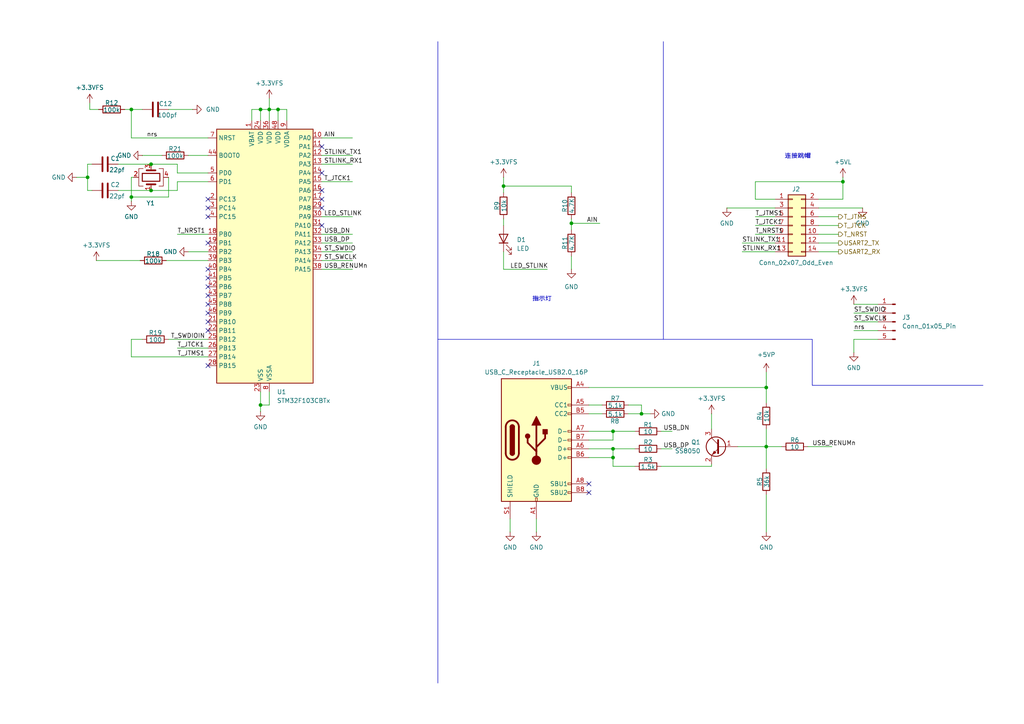
<source format=kicad_sch>
(kicad_sch (version 20231120) (generator "eeschema") (generator_version "8.0")
  (paper "A4")
  (lib_symbols
    (symbol "Connector:Conn_01x05_Pin" (pin_names (offset 1.016) hide)
      (property "Reference" "J" (at 0 7.62 0))
      (property "Value" "Conn_01x05_Pin" (at 0 -7.62 0))
      (symbol "Conn_01x05_Pin_1_1"
        (polyline (pts (xy 1.27 -5.08) (xy 0.8636 -5.08)) (stroke (width 0.1524)))
        (polyline (pts (xy 1.27 -2.54) (xy 0.8636 -2.54)) (stroke (width 0.1524)))
        (polyline (pts (xy 1.27 0) (xy 0.8636 0)) (stroke (width 0.1524)))
        (polyline (pts (xy 1.27 2.54) (xy 0.8636 2.54)) (stroke (width 0.1524)))
        (polyline (pts (xy 1.27 5.08) (xy 0.8636 5.08)) (stroke (width 0.1524)))
        (rectangle (start 0.8636 -4.953) (end 0 -5.207) (stroke (width 0.1524)) (fill (type outline)))
        (rectangle (start 0.8636 -2.413) (end 0 -2.667) (stroke (width 0.1524)) (fill (type outline)))
        (rectangle (start 0.8636 0.127) (end 0 -0.127) (stroke (width 0.1524)) (fill (type outline)))
        (rectangle (start 0.8636 2.667) (end 0 2.413) (stroke (width 0.1524)) (fill (type outline)))
        (rectangle (start 0.8636 5.207) (end 0 4.953) (stroke (width 0.1524)) (fill (type outline)))
        (pin passive line (at 5.08 5.08 180) (length 3.81) (name "Pin_1") (number "1"))
        (pin passive line (at 5.08 2.54 180) (length 3.81) (name "Pin_2") (number "2"))
        (pin passive line (at 5.08 0 180) (length 3.81) (name "Pin_3") (number "3"))
        (pin passive line (at 5.08 -2.54 180) (length 3.81) (name "Pin_4") (number "4"))
        (pin passive line (at 5.08 -5.08 180) (length 3.81) (name "Pin_5") (number "5"))
      )
    )
    (symbol "Main:C" (pin_numbers hide) (pin_names (offset 0.254))
      (property "Reference" "C" (at 0.635 2.54 0))
      (property "Value" "C" (at 0.635 -2.54 0))
      (symbol "C_0_1"
        (polyline (pts (xy -2.032 -0.762) (xy 2.032 -0.762)) (stroke (width 0.508)))
        (polyline (pts (xy -2.032 0.762) (xy 2.032 0.762)) (stroke (width 0.508)))
      )
      (symbol "C_1_1"
        (pin passive line (at 0 3.81 270) (length 2.794) (name "~") (number "1"))
        (pin passive line (at 0 -3.81 90) (length 2.794) (name "~") (number "2"))
      )
    )
    (symbol "Main:Conn_02x07_Odd_Even" (pin_names (offset 1.016) hide)
      (property "Reference" "J" (at 1.27 10.16 0))
      (property "Value" "Conn_02x07_Odd_Even" (at 1.27 -10.16 0))
      (symbol "Conn_02x07_Odd_Even_1_1"
        (rectangle (start -1.27 -7.493) (end 0 -7.747) (stroke (width 0.1524)))
        (rectangle (start -1.27 -4.953) (end 0 -5.207) (stroke (width 0.1524)))
        (rectangle (start -1.27 -2.413) (end 0 -2.667) (stroke (width 0.1524)))
        (rectangle (start -1.27 0.127) (end 0 -0.127) (stroke (width 0.1524)))
        (rectangle (start -1.27 2.667) (end 0 2.413) (stroke (width 0.1524)))
        (rectangle (start -1.27 5.207) (end 0 4.953) (stroke (width 0.1524)))
        (rectangle (start -1.27 7.747) (end 0 7.493) (stroke (width 0.1524)))
        (rectangle (start -1.27 8.89) (end 3.81 -8.89) (stroke (width 0.254)) (fill (type background)))
        (rectangle (start 3.81 -7.493) (end 2.54 -7.747) (stroke (width 0.1524)))
        (rectangle (start 3.81 -4.953) (end 2.54 -5.207) (stroke (width 0.1524)))
        (rectangle (start 3.81 -2.413) (end 2.54 -2.667) (stroke (width 0.1524)))
        (rectangle (start 3.81 0.127) (end 2.54 -0.127) (stroke (width 0.1524)))
        (rectangle (start 3.81 2.667) (end 2.54 2.413) (stroke (width 0.1524)))
        (rectangle (start 3.81 5.207) (end 2.54 4.953) (stroke (width 0.1524)))
        (rectangle (start 3.81 7.747) (end 2.54 7.493) (stroke (width 0.1524)))
        (pin passive line (at -5.08 7.62 0) (length 3.81) (name "Pin_1") (number "1"))
        (pin passive line (at 7.62 -2.54 180) (length 3.81) (name "Pin_10") (number "10"))
        (pin passive line (at -5.08 -5.08 0) (length 3.81) (name "Pin_11") (number "11"))
        (pin passive line (at 7.62 -5.08 180) (length 3.81) (name "Pin_12") (number "12"))
        (pin passive line (at -5.08 -7.62 0) (length 3.81) (name "Pin_13") (number "13"))
        (pin passive line (at 7.62 -7.62 180) (length 3.81) (name "Pin_14") (number "14"))
        (pin passive line (at 7.62 7.62 180) (length 3.81) (name "Pin_2") (number "2"))
        (pin passive line (at -5.08 5.08 0) (length 3.81) (name "Pin_3") (number "3"))
        (pin passive line (at 7.62 5.08 180) (length 3.81) (name "Pin_4") (number "4"))
        (pin passive line (at -5.08 2.54 0) (length 3.81) (name "Pin_5") (number "5"))
        (pin passive line (at 7.62 2.54 180) (length 3.81) (name "Pin_6") (number "6"))
        (pin passive line (at -5.08 0 0) (length 3.81) (name "Pin_7") (number "7"))
        (pin passive line (at 7.62 0 180) (length 3.81) (name "Pin_8") (number "8"))
        (pin passive line (at -5.08 -2.54 0) (length 3.81) (name "Pin_9") (number "9"))
      )
    )
    (symbol "Main:Crystal_GND24" (pin_names (offset 1.016) hide)
      (property "Reference" "Y" (at 3.175 5.08 0))
      (property "Value" "Crystal_GND24" (at 3.175 3.175 0))
      (symbol "Crystal_GND24_0_1"
        (rectangle (start -1.143 2.54) (end 1.143 -2.54) (stroke (width 0.3048)))
        (polyline (pts (xy -2.54 0) (xy -2.032 0)))
        (polyline (pts (xy -2.032 -1.27) (xy -2.032 1.27)) (stroke (width 0.508)))
        (polyline (pts (xy 0 -3.81) (xy 0 -3.556)))
        (polyline (pts (xy 0 3.556) (xy 0 3.81)))
        (polyline (pts (xy 2.032 -1.27) (xy 2.032 1.27)) (stroke (width 0.508)))
        (polyline (pts (xy 2.032 0) (xy 2.54 0)))
        (polyline (pts (xy -2.54 -2.286) (xy -2.54 -3.556) (xy 2.54 -3.556) (xy 2.54 -2.286)))
        (polyline (pts (xy -2.54 2.286) (xy -2.54 3.556) (xy 2.54 3.556) (xy 2.54 2.286)))
      )
      (symbol "Crystal_GND24_1_1"
        (pin passive line (at -3.81 0 0) (length 1.27) (name "1") (number "1"))
        (pin passive line (at 0 5.08 270) (length 1.27) (name "2") (number "2"))
        (pin passive line (at 3.81 0 180) (length 1.27) (name "3") (number "3"))
        (pin passive line (at 0 -5.08 90) (length 1.27) (name "4") (number "4"))
      )
    )
    (symbol "Main:LED" (pin_numbers hide) (pin_names (offset 1.016) hide)
      (property "Reference" "D" (at 0 2.54 0))
      (property "Value" "LED" (at 0 -2.54 0))
      (symbol "LED_0_1"
        (polyline (pts (xy -1.27 -1.27) (xy -1.27 1.27)) (stroke (width 0.254)))
        (polyline (pts (xy -1.27 0) (xy 1.27 0)))
        (polyline (pts (xy 1.27 -1.27) (xy 1.27 1.27) (xy -1.27 0) (xy 1.27 -1.27)) (stroke (width 0.254)))
        (polyline (pts (xy -3.048 -0.762) (xy -4.572 -2.286) (xy -3.81 -2.286) (xy -4.572 -2.286) (xy -4.572 -1.524)))
        (polyline (pts (xy -1.778 -0.762) (xy -3.302 -2.286) (xy -2.54 -2.286) (xy -3.302 -2.286) (xy -3.302 -1.524)))
      )
      (symbol "LED_1_1"
        (pin passive line (at -3.81 0 0) (length 2.54) (name "K") (number "1"))
        (pin passive line (at 3.81 0 180) (length 2.54) (name "A") (number "2"))
      )
    )
    (symbol "Main:R" (pin_numbers hide) (pin_names (offset 0))
      (property "Reference" "R" (at 2.032 0 90))
      (property "Value" "R" (at 0 0 90))
      (symbol "R_0_1"
        (rectangle (start -1.016 -2.54) (end 1.016 2.54) (stroke (width 0.254)))
      )
      (symbol "R_1_1"
        (pin passive line (at 0 3.81 270) (length 1.27) (name "~") (number "1"))
        (pin passive line (at 0 -3.81 90) (length 1.27) (name "~") (number "2"))
      )
    )
    (symbol "Main:SS8050" (pin_names (offset 0) hide)
      (property "Reference" "Q" (at 5.08 1.905 0))
      (property "Value" "SS8050" (at 5.08 0 0))
      (symbol "SS8050_0_1"
        (polyline (pts (xy 0 0) (xy 0.635 0)))
        (polyline (pts (xy 0.635 0.635) (xy 2.54 2.54)))
        (polyline (pts (xy 0.635 -0.635) (xy 2.54 -2.54) (xy 2.54 -2.54)))
        (polyline (pts (xy 0.635 1.905) (xy 0.635 -1.905) (xy 0.635 -1.905)) (stroke (width 0.508)))
        (polyline (pts (xy 1.27 -1.778) (xy 1.778 -1.27) (xy 2.286 -2.286) (xy 1.27 -1.778) (xy 1.27 -1.778)) (fill (type outline)))
        (circle (center 1.27 0) (radius 2.8194) (stroke (width 0.254)))
      )
      (symbol "SS8050_1_1"
        (pin input line (at -5.08 0 0) (length 5.08) (name "B") (number "1"))
        (pin passive line (at 2.54 -5.08 90) (length 2.54) (name "E") (number "2"))
        (pin passive line (at 2.54 5.08 270) (length 2.54) (name "C") (number "3"))
      )
    )
    (symbol "Main:STM32F103CBTx"
      (property "Reference" "U" (at -12.7 39.37 0))
      (property "Value" "STM32F103CBTx" (at 10.16 39.37 0))
      (symbol "STM32F103CBTx_0_1"
        (rectangle (start -12.7 -35.56) (end 15.24 38.1) (stroke (width 0.254)) (fill (type background)))
      )
      (symbol "STM32F103CBTx_1_1"
        (pin power_in line (at -2.54 40.64 270) (length 2.54) (name "VBAT") (number "1"))
        (pin bidirectional line (at 17.78 35.56 180) (length 2.54) (name "PA0") (number "10"))
        (pin bidirectional line (at 17.78 33.02 180) (length 2.54) (name "PA1") (number "11"))
        (pin bidirectional line (at 17.78 30.48 180) (length 2.54) (name "PA2") (number "12"))
        (pin bidirectional line (at 17.78 27.94 180) (length 2.54) (name "PA3") (number "13"))
        (pin bidirectional line (at 17.78 25.4 180) (length 2.54) (name "PA4") (number "14"))
        (pin bidirectional line (at 17.78 22.86 180) (length 2.54) (name "PA5") (number "15"))
        (pin bidirectional line (at 17.78 20.32 180) (length 2.54) (name "PA6") (number "16"))
        (pin bidirectional line (at 17.78 17.78 180) (length 2.54) (name "PA7") (number "17"))
        (pin bidirectional line (at -15.24 7.62 0) (length 2.54) (name "PB0") (number "18"))
        (pin bidirectional line (at -15.24 5.08 0) (length 2.54) (name "PB1") (number "19"))
        (pin bidirectional line (at -15.24 17.78 0) (length 2.54) (name "PC13") (number "2"))
        (pin bidirectional line (at -15.24 2.54 0) (length 2.54) (name "PB2") (number "20"))
        (pin bidirectional line (at -15.24 -17.78 0) (length 2.54) (name "PB10") (number "21"))
        (pin bidirectional line (at -15.24 -20.32 0) (length 2.54) (name "PB11") (number "22"))
        (pin power_in line (at 0 -38.1 90) (length 2.54) (name "VSS") (number "23"))
        (pin power_in line (at 0 40.64 270) (length 2.54) (name "VDD") (number "24"))
        (pin bidirectional line (at -15.24 -22.86 0) (length 2.54) (name "PB12") (number "25"))
        (pin bidirectional line (at -15.24 -25.4 0) (length 2.54) (name "PB13") (number "26"))
        (pin bidirectional line (at -15.24 -27.94 0) (length 2.54) (name "PB14") (number "27"))
        (pin bidirectional line (at -15.24 -30.48 0) (length 2.54) (name "PB15") (number "28"))
        (pin bidirectional line (at 17.78 15.24 180) (length 2.54) (name "PA8") (number "29"))
        (pin bidirectional line (at -15.24 15.24 0) (length 2.54) (name "PC14") (number "3"))
        (pin bidirectional line (at 17.78 12.7 180) (length 2.54) (name "PA9") (number "30"))
        (pin bidirectional line (at 17.78 10.16 180) (length 2.54) (name "PA10") (number "31"))
        (pin bidirectional line (at 17.78 7.62 180) (length 2.54) (name "PA11") (number "32"))
        (pin bidirectional line (at 17.78 5.08 180) (length 2.54) (name "PA12") (number "33"))
        (pin bidirectional line (at 17.78 2.54 180) (length 2.54) (name "PA13") (number "34"))
        (pin passive line (at 0 -38.1 90) (length 2.54) hide (name "VSS") (number "35"))
        (pin power_in line (at 2.54 40.64 270) (length 2.54) (name "VDD") (number "36"))
        (pin bidirectional line (at 17.78 0 180) (length 2.54) (name "PA14") (number "37"))
        (pin bidirectional line (at 17.78 -2.54 180) (length 2.54) (name "PA15") (number "38"))
        (pin bidirectional line (at -15.24 0 0) (length 2.54) (name "PB3") (number "39"))
        (pin bidirectional line (at -15.24 12.7 0) (length 2.54) (name "PC15") (number "4"))
        (pin bidirectional line (at -15.24 -2.54 0) (length 2.54) (name "PB4") (number "40"))
        (pin bidirectional line (at -15.24 -5.08 0) (length 2.54) (name "PB5") (number "41"))
        (pin bidirectional line (at -15.24 -7.62 0) (length 2.54) (name "PB6") (number "42"))
        (pin bidirectional line (at -15.24 -10.16 0) (length 2.54) (name "PB7") (number "43"))
        (pin input line (at -15.24 30.48 0) (length 2.54) (name "BOOT0") (number "44"))
        (pin bidirectional line (at -15.24 -12.7 0) (length 2.54) (name "PB8") (number "45"))
        (pin bidirectional line (at -15.24 -15.24 0) (length 2.54) (name "PB9") (number "46"))
        (pin passive line (at 0 -38.1 90) (length 2.54) hide (name "VSS") (number "47"))
        (pin power_in line (at 5.08 40.64 270) (length 2.54) (name "VDD") (number "48"))
        (pin bidirectional line (at -15.24 25.4 0) (length 2.54) (name "PD0") (number "5"))
        (pin bidirectional line (at -15.24 22.86 0) (length 2.54) (name "PD1") (number "6"))
        (pin input line (at -15.24 35.56 0) (length 2.54) (name "NRST") (number "7"))
        (pin power_in line (at 2.54 -38.1 90) (length 2.54) (name "VSSA") (number "8"))
        (pin power_in line (at 7.62 40.64 270) (length 2.54) (name "VDDA") (number "9"))
      )
    )
    (symbol "Main:USB_C_Receptacle_USB2.0_16P" (pin_names (offset 1.016))
      (property "Reference" "J" (at 0 22.225 0))
      (property "Value" "USB_C_Receptacle_USB2.0_16P" (at 0 19.685 0))
      (symbol "USB_C_Receptacle_USB2.0_16P_0_0"
        (rectangle (start -0.254 -17.78) (end 0.254 -16.764))
        (rectangle (start 10.16 -14.986) (end 9.144 -15.494))
        (rectangle (start 10.16 -12.446) (end 9.144 -12.954))
        (rectangle (start 10.16 -4.826) (end 9.144 -5.334))
        (rectangle (start 10.16 -2.286) (end 9.144 -2.794))
        (rectangle (start 10.16 0.254) (end 9.144 -0.254))
        (rectangle (start 10.16 2.794) (end 9.144 2.286))
        (rectangle (start 10.16 7.874) (end 9.144 7.366))
        (rectangle (start 10.16 10.414) (end 9.144 9.906))
        (rectangle (start 10.16 15.494) (end 9.144 14.986))
      )
      (symbol "USB_C_Receptacle_USB2.0_16P_0_1"
        (rectangle (start -10.16 17.78) (end 10.16 -17.78) (stroke (width 0.254)) (fill (type background)))
        (arc (start -8.89 -3.81) (mid -6.985 -5.7067) (end -5.08 -3.81) (stroke (width 0.508)))
        (arc (start -7.62 -3.81) (mid -6.985 -4.4423) (end -6.35 -3.81) (stroke (width 0.254)))
        (arc (start -7.62 -3.81) (mid -6.985 -4.4423) (end -6.35 -3.81) (stroke (width 0.254)) (fill (type outline)))
        (rectangle (start -7.62 -3.81) (end -6.35 3.81) (stroke (width 0.254)) (fill (type outline)))
        (arc (start -6.35 3.81) (mid -6.985 4.4423) (end -7.62 3.81) (stroke (width 0.254)))
        (arc (start -6.35 3.81) (mid -6.985 4.4423) (end -7.62 3.81) (stroke (width 0.254)) (fill (type outline)))
        (arc (start -5.08 3.81) (mid -6.985 5.7067) (end -8.89 3.81) (stroke (width 0.508)))
        (circle (center -2.54 1.143) (radius 0.635) (stroke (width 0.254)) (fill (type outline)))
        (circle (center 0 -5.842) (radius 1.27) (fill (type outline)))
        (polyline (pts (xy -8.89 -3.81) (xy -8.89 3.81)) (stroke (width 0.508)))
        (polyline (pts (xy -5.08 3.81) (xy -5.08 -3.81)) (stroke (width 0.508)))
        (polyline (pts (xy 0 -5.842) (xy 0 4.318)) (stroke (width 0.508)))
        (polyline (pts (xy 0 -3.302) (xy -2.54 -0.762) (xy -2.54 0.508)) (stroke (width 0.508)))
        (polyline (pts (xy 0 -2.032) (xy 2.54 0.508) (xy 2.54 1.778)) (stroke (width 0.508)))
        (polyline (pts (xy -1.27 4.318) (xy 0 6.858) (xy 1.27 4.318) (xy -1.27 4.318)) (stroke (width 0.254)) (fill (type outline)))
        (rectangle (start 1.905 1.778) (end 3.175 3.048) (stroke (width 0.254)) (fill (type outline)))
      )
      (symbol "USB_C_Receptacle_USB2.0_16P_1_1"
        (pin passive line (at 0 -22.86 90) (length 5.08) (name "GND") (number "A1"))
        (pin passive line (at 0 -22.86 90) (length 5.08) hide (name "GND") (number "A12"))
        (pin passive line (at 15.24 15.24 180) (length 5.08) (name "VBUS") (number "A4"))
        (pin bidirectional line (at 15.24 10.16 180) (length 5.08) (name "CC1") (number "A5"))
        (pin bidirectional line (at 15.24 -2.54 180) (length 5.08) (name "D+") (number "A6"))
        (pin bidirectional line (at 15.24 2.54 180) (length 5.08) (name "D-") (number "A7"))
        (pin bidirectional line (at 15.24 -12.7 180) (length 5.08) (name "SBU1") (number "A8"))
        (pin passive line (at 15.24 15.24 180) (length 5.08) hide (name "VBUS") (number "A9"))
        (pin passive line (at 0 -22.86 90) (length 5.08) hide (name "GND") (number "B1"))
        (pin passive line (at 0 -22.86 90) (length 5.08) hide (name "GND") (number "B12"))
        (pin passive line (at 15.24 15.24 180) (length 5.08) hide (name "VBUS") (number "B4"))
        (pin bidirectional line (at 15.24 7.62 180) (length 5.08) (name "CC2") (number "B5"))
        (pin bidirectional line (at 15.24 -5.08 180) (length 5.08) (name "D+") (number "B6"))
        (pin bidirectional line (at 15.24 0 180) (length 5.08) (name "D-") (number "B7"))
        (pin bidirectional line (at 15.24 -15.24 180) (length 5.08) (name "SBU2") (number "B8"))
        (pin passive line (at 15.24 15.24 180) (length 5.08) hide (name "VBUS") (number "B9"))
        (pin passive line (at -7.62 -22.86 90) (length 5.08) (name "SHIELD") (number "S1"))
      )
    )
    (symbol "power:+3.3V" (power) (pin_numbers hide) (pin_names (offset 0) hide)
      (property "Value" "+3.3V" (at 0 3.556 0))
      (symbol "+3.3V_0_1"
        (polyline (pts (xy -0.762 1.27) (xy 0 2.54)))
        (polyline (pts (xy 0 0) (xy 0 2.54)))
        (polyline (pts (xy 0 2.54) (xy 0.762 1.27)))
      )
      (symbol "+3.3V_1_1"
        (pin power_in line (at 0 0 90) (length 0) (name "~") (number "1"))
      )
    )
    (symbol "power:+5V" (power) (pin_numbers hide) (pin_names (offset 0) hide)
      (property "Value" "+5V" (at 0 3.556 0))
      (symbol "+5V_0_1"
        (polyline (pts (xy -0.762 1.27) (xy 0 2.54)))
        (polyline (pts (xy 0 0) (xy 0 2.54)))
        (polyline (pts (xy 0 2.54) (xy 0.762 1.27)))
      )
      (symbol "+5V_1_1"
        (pin power_in line (at 0 0 90) (length 0) (name "~") (number "1"))
      )
    )
    (symbol "power:GND" (power) (pin_numbers hide) (pin_names (offset 0) hide)
      (property "Value" "GND" (at 0 -3.81 0))
      (symbol "GND_0_1"
        (polyline (pts (xy 0 0) (xy 0 -1.27) (xy 1.27 -1.27) (xy 0 -2.54) (xy -1.27 -1.27) (xy 0 -1.27)))
      )
      (symbol "GND_1_1"
        (pin power_in line (at 0 0 270) (length 0) (name "~") (number "1"))
      )
    )
  )
  (junction (at 222.25 129.54))
  (junction (at 75.565 31.75))
  (junction (at 25.4 51.435))
  (junction (at 177.8 125.095))
  (junction (at 78.105 31.75))
  (junction (at 244.475 52.705))
  (junction (at 146.05 53.975))
  (junction (at 43.815 47.625))
  (junction (at 43.815 55.245))
  (junction (at 165.735 64.77))
  (junction (at 75.565 117.475))
  (junction (at 222.25 112.395))
  (junction (at 80.645 31.75))
  (junction (at 186.055 120.015))
  (junction (at 38.1 57.15))
  (junction (at 177.8 132.715))
  (junction (at 177.8 130.175))
  (junction (at 38.1 31.75))
  (no_connect (at 60.325 95.885))
  (no_connect (at 170.815 140.335))
  (no_connect (at 60.325 83.185))
  (no_connect (at 60.325 80.645))
  (no_connect (at 93.345 57.785))
  (no_connect (at 60.325 57.785))
  (no_connect (at 93.345 55.245))
  (no_connect (at 60.325 78.105))
  (no_connect (at 60.325 70.485))
  (no_connect (at 60.325 93.345))
  (no_connect (at 93.345 65.405))
  (no_connect (at 60.325 90.805))
  (no_connect (at 60.325 85.725))
  (no_connect (at 60.325 62.865))
  (no_connect (at 60.325 88.265))
  (no_connect (at 93.345 60.325))
  (no_connect (at 60.325 60.325))
  (no_connect (at 170.815 142.875))
  (no_connect (at 93.345 42.545))
  (no_connect (at 60.325 106.045))
  (no_connect (at 93.345 50.165))
  (wire (pts (xy 237.49 62.865) (xy 243.205 62.865)))
  (wire (pts (xy 170.815 130.175) (xy 177.8 130.175)))
  (wire (pts (xy 222.25 129.54) (xy 222.25 135.89)))
  (wire (pts (xy 146.05 53.975) (xy 146.05 55.88)))
  (wire (pts (xy 247.65 93.345) (xy 254.635 93.345)))
  (wire (pts (xy 219.075 52.705) (xy 244.475 52.705)))
  (wire (pts (xy 60.325 50.165) (xy 51.435 50.165)))
  (wire (pts (xy 75.565 31.75) (xy 75.565 34.925)))
  (wire (pts (xy 26.035 31.75) (xy 26.035 29.845)))
  (wire (pts (xy 34.29 55.245) (xy 43.815 55.245)))
  (wire (pts (xy 51.435 50.165) (xy 51.435 47.625)))
  (wire (pts (xy 165.735 63.5) (xy 165.735 64.77)))
  (wire (pts (xy 60.325 40.005) (xy 38.1 40.005)))
  (wire (pts (xy 177.8 135.255) (xy 177.8 132.715)))
  (wire (pts (xy 155.575 150.495) (xy 155.575 154.305)))
  (wire (pts (xy 219.075 65.405) (xy 224.79 65.405)))
  (wire (pts (xy 254.635 98.425) (xy 247.65 98.425)))
  (wire (pts (xy 48.895 51.435) (xy 48.895 57.15)))
  (wire (pts (xy 170.815 120.015) (xy 174.625 120.015)))
  (wire (pts (xy 210.82 60.325) (xy 224.79 60.325)))
  (wire (pts (xy 75.565 113.665) (xy 75.565 117.475)))
  (wire (pts (xy 186.055 117.475) (xy 186.055 120.015)))
  (wire (pts (xy 34.29 47.625) (xy 43.815 47.625)))
  (wire (pts (xy 244.475 51.435) (xy 244.475 52.705)))
  (wire (pts (xy 165.735 74.295) (xy 165.735 78.105)))
  (wire (pts (xy 83.185 31.75) (xy 80.645 31.75)))
  (wire (pts (xy 38.1 103.505) (xy 60.325 103.505)))
  (wire (pts (xy 48.26 75.565) (xy 60.325 75.565)))
  (wire (pts (xy 206.375 120.015) (xy 206.375 124.46)))
  (wire (pts (xy 146.05 51.435) (xy 146.05 53.975)))
  (wire (pts (xy 177.8 125.095) (xy 184.15 125.095)))
  (wire (pts (xy 25.4 51.435) (xy 22.225 51.435)))
  (wire (pts (xy 219.075 57.785) (xy 219.075 52.705)))
  (wire (pts (xy 237.49 60.325) (xy 250.19 60.325)))
  (wire (pts (xy 213.995 129.54) (xy 222.25 129.54)))
  (wire (pts (xy 48.895 31.75) (xy 55.88 31.75)))
  (wire (pts (xy 25.4 47.625) (xy 25.4 51.435)))
  (wire (pts (xy 244.475 52.705) (xy 244.475 57.785)))
  (wire (pts (xy 224.79 57.785) (xy 219.075 57.785)))
  (wire (pts (xy 247.65 88.265) (xy 254.635 88.265)))
  (wire (pts (xy 222.25 107.95) (xy 222.25 112.395)))
  (wire (pts (xy 38.1 31.75) (xy 41.275 31.75)))
  (wire (pts (xy 184.15 135.255) (xy 177.8 135.255)))
  (wire (pts (xy 93.345 70.485) (xy 102.235 70.485)))
  (wire (pts (xy 93.345 62.865) (xy 102.235 62.865)))
  (polyline (pts (xy 235.585 98.425) (xy 235.585 111.76)))
  (wire (pts (xy 48.895 57.15) (xy 38.1 57.15)))
  (wire (pts (xy 170.815 132.715) (xy 177.8 132.715)))
  (wire (pts (xy 80.645 31.75) (xy 80.645 34.925)))
  (wire (pts (xy 93.345 73.025) (xy 102.235 73.025)))
  (wire (pts (xy 93.345 75.565) (xy 102.235 75.565)))
  (wire (pts (xy 247.65 90.805) (xy 254.635 90.805)))
  (wire (pts (xy 244.475 57.785) (xy 237.49 57.785)))
  (wire (pts (xy 186.055 120.015) (xy 188.595 120.015)))
  (wire (pts (xy 93.345 78.105) (xy 102.235 78.105)))
  (wire (pts (xy 38.1 31.75) (xy 36.195 31.75)))
  (wire (pts (xy 170.815 112.395) (xy 222.25 112.395)))
  (wire (pts (xy 38.735 51.435) (xy 38.1 51.435)))
  (wire (pts (xy 26.67 47.625) (xy 25.4 47.625)))
  (wire (pts (xy 75.565 117.475) (xy 75.565 119.38)))
  (wire (pts (xy 170.815 125.095) (xy 177.8 125.095)))
  (wire (pts (xy 28.575 31.75) (xy 26.035 31.75)))
  (wire (pts (xy 165.735 64.77) (xy 173.99 64.77)))
  (wire (pts (xy 165.735 53.975) (xy 146.05 53.975)))
  (wire (pts (xy 78.105 28.575) (xy 78.105 31.75)))
  (wire (pts (xy 177.8 127.635) (xy 177.8 125.095)))
  (wire (pts (xy 25.4 55.245) (xy 25.4 51.435)))
  (wire (pts (xy 41.275 45.085) (xy 46.99 45.085)))
  (wire (pts (xy 222.25 143.51) (xy 222.25 154.305)))
  (wire (pts (xy 51.435 67.945) (xy 60.325 67.945)))
  (wire (pts (xy 80.645 31.75) (xy 78.105 31.75)))
  (wire (pts (xy 54.61 73.025) (xy 60.325 73.025)))
  (wire (pts (xy 51.435 55.245) (xy 43.815 55.245)))
  (wire (pts (xy 146.05 63.5) (xy 146.05 65.405)))
  (wire (pts (xy 38.1 51.435) (xy 38.1 57.15)))
  (wire (pts (xy 170.815 127.635) (xy 177.8 127.635)))
  (wire (pts (xy 222.25 112.395) (xy 222.25 116.84)))
  (wire (pts (xy 93.345 40.005) (xy 102.235 40.005)))
  (wire (pts (xy 78.105 117.475) (xy 75.565 117.475)))
  (wire (pts (xy 170.815 117.475) (xy 174.625 117.475)))
  (wire (pts (xy 78.105 31.75) (xy 78.105 34.925)))
  (wire (pts (xy 26.67 55.245) (xy 25.4 55.245)))
  (wire (pts (xy 51.435 52.705) (xy 51.435 55.245)))
  (wire (pts (xy 54.61 45.085) (xy 60.325 45.085)))
  (wire (pts (xy 83.185 34.925) (xy 83.185 31.75)))
  (wire (pts (xy 177.8 132.715) (xy 177.8 130.175)))
  (wire (pts (xy 182.245 120.015) (xy 186.055 120.015)))
  (wire (pts (xy 93.345 45.085) (xy 102.235 45.085)))
  (wire (pts (xy 93.345 52.705) (xy 102.235 52.705)))
  (wire (pts (xy 215.265 70.485) (xy 224.79 70.485)))
  (wire (pts (xy 60.325 52.705) (xy 51.435 52.705)))
  (wire (pts (xy 146.05 73.025) (xy 146.05 78.105)))
  (polyline (pts (xy 127 98.425) (xy 235.585 98.425)))
  (wire (pts (xy 73.025 31.75) (xy 75.565 31.75)))
  (wire (pts (xy 48.895 98.425) (xy 60.325 98.425)))
  (wire (pts (xy 247.65 98.425) (xy 247.65 102.235)))
  (wire (pts (xy 51.435 47.625) (xy 43.815 47.625)))
  (wire (pts (xy 237.49 67.945) (xy 243.205 67.945)))
  (wire (pts (xy 38.1 57.15) (xy 38.1 58.42)))
  (wire (pts (xy 27.94 75.565) (xy 40.64 75.565)))
  (wire (pts (xy 38.1 98.425) (xy 38.1 103.505)))
  (wire (pts (xy 215.265 73.025) (xy 224.79 73.025)))
  (wire (pts (xy 237.49 65.405) (xy 243.205 65.405)))
  (wire (pts (xy 219.075 67.945) (xy 224.79 67.945)))
  (wire (pts (xy 177.8 130.175) (xy 184.15 130.175)))
  (wire (pts (xy 75.565 31.75) (xy 78.105 31.75)))
  (wire (pts (xy 146.05 78.105) (xy 158.75 78.105)))
  (wire (pts (xy 234.315 129.54) (xy 241.3 129.54)))
  (wire (pts (xy 191.77 125.095) (xy 194.945 125.095)))
  (wire (pts (xy 41.275 98.425) (xy 38.1 98.425)))
  (wire (pts (xy 206.375 135.255) (xy 206.375 134.62)))
  (wire (pts (xy 165.735 64.77) (xy 165.735 66.675)))
  (wire (pts (xy 165.735 55.88) (xy 165.735 53.975)))
  (wire (pts (xy 73.025 34.925) (xy 73.025 31.75)))
  (wire (pts (xy 191.77 130.175) (xy 194.945 130.175)))
  (wire (pts (xy 51.435 100.965) (xy 60.325 100.965)))
  (polyline (pts (xy 192.405 12.065) (xy 192.405 98.425)))
  (wire (pts (xy 219.075 62.865) (xy 224.79 62.865)))
  (wire (pts (xy 222.25 124.46) (xy 222.25 129.54)))
  (polyline (pts (xy 127 12.065) (xy 127 198.12)))
  (wire (pts (xy 93.345 47.625) (xy 102.235 47.625)))
  (wire (pts (xy 182.245 117.475) (xy 186.055 117.475)))
  (wire (pts (xy 38.1 40.005) (xy 38.1 31.75)))
  (wire (pts (xy 237.49 73.025) (xy 243.205 73.025)))
  (wire (pts (xy 222.25 129.54) (xy 226.695 129.54)))
  (wire (pts (xy 93.345 67.945) (xy 102.235 67.945)))
  (wire (pts (xy 237.49 70.485) (xy 243.205 70.485)))
  (wire (pts (xy 247.65 95.885) (xy 254.635 95.885)))
  (polyline (pts (xy 235.585 111.76) (xy 285.115 111.76)))
  (wire (pts (xy 191.77 135.255) (xy 206.375 135.255)))
  (wire (pts (xy 78.105 113.665) (xy 78.105 117.475)))
  (wire (pts (xy 147.955 150.495) (xy 147.955 154.305)))
  (text "连接跳帽" (at 231.394 45.466 0) (effects (font (size 1.27 1.27))))
  (text "指示灯" (at 157.226 86.868 0) (effects (font (size 1.27 1.27))))
  (label "STLINK_TX1" (at 93.98 45.085 0))
  (label "nrs" (at 42.545 40.005 0))
  (label "T_SWDIOIN" (at 49.53 98.425 0))
  (label "USB_DN" (at 93.98 67.945 0))
  (label "AIN" (at 93.98 40.005 0))
  (label "LED_STLINK" (at 147.955 78.105 0))
  (label "ST_SWDIO" (at 93.98 73.025 0))
  (label "AIN" (at 170.18 64.77 0))
  (label "T_NRST1" (at 51.435 67.945 0))
  (label "STLINK_RX1" (at 93.98 47.625 0))
  (label "T_JTCK1" (at 219.075 65.405 0))
  (label "USB_RENUMn" (at 235.585 129.54 0))
  (label "ST_SWCLK" (at 93.98 75.565 0))
  (label "STLINK_RX1" (at 215.265 73.025 0))
  (label "T_JTMS1" (at 219.075 62.865 0))
  (label "STLINK_TX1" (at 215.265 70.485 0))
  (label "USB_DP" (at 192.405 130.175 0))
  (label "LED_STLINK" (at 93.98 62.865 0))
  (label "USB_DP" (at 93.98 70.485 0))
  (label "T_JTCK1" (at 51.435 100.965 0))
  (label "T_JTCK1" (at 93.98 52.705 0))
  (label "T_JTMS1" (at 51.435 103.505 0))
  (label "nrs" (at 247.65 95.885 0))
  (label "USB_RENUMn" (at 93.98 78.105 0))
  (label "USB_DN" (at 192.405 125.095 0))
  (label "T_NRST1" (at 219.075 67.945 0))
  (label "ST_SWDIO" (at 247.65 90.805 0))
  (label "ST_SWCLK" (at 247.65 93.345 0))
  (hierarchical_label "USART2_TX" (shape output) (at 243.205 70.485 0))
  (hierarchical_label "T_NRST" (shape output) (at 243.205 67.945 0))
  (hierarchical_label "T_JTMS" (shape output) (at 243.205 62.865 0))
  (hierarchical_label "T_JTCK" (shape output) (at 243.205 65.405 0))
  (hierarchical_label "USART2_RX" (shape output) (at 243.205 73.025 0))
  (symbol (lib_id "power:+3.3V") (at 27.94 75.565 0) (unit 1)
    (property "Reference" "#PWR034" (effects (hide yes)))
    (property "Value" "+3.3VFS" (at 27.94 71.12 0))
    (property "Description" "Power symbol creates a global label with name \"+3.3V\"" (effects (hide yes)))
  )
  (symbol (lib_id "Main:Conn_02x07_Odd_Even") (at 229.87 65.405 0) (unit 1)
    (property "Reference" "J2" (at 230.886 54.864 0))
    (property "Value" "Conn_02x07_Odd_Even" (at 230.886 76.2 0))
    (property "Footprint" "Connector_PinHeader_2.54mm:PinHeader_2x07_P2.54mm_Vertical" (effects (hide yes)))
    (property "Description" "Generic connector, double row, 02x07, odd/even pin numbering scheme (row 1 odd numbers, row 2 even numbers), script generated (kicad-library-utils/schlib/autogen/connector/)" (effects (hide yes)))
  )
  (symbol (lib_id "power:GND") (at 75.565 119.38 0) (unit 1)
    (property "Reference" "#PWR035" (effects (hide yes)))
    (property "Value" "GND" (at 75.565 123.825 0))
    (property "Description" "Power symbol creates a global label with name \"GND\" , ground" (effects (hide yes)))
  )
  (symbol (lib_id "power:+3.3V") (at 247.65 88.265 0) (unit 1)
    (property "Reference" "#PWR010" (effects (hide yes)))
    (property "Value" "+3.3VFS" (at 247.65 83.82 0))
    (property "Description" "Power symbol creates a global label with name \"+3.3V\"" (effects (hide yes)))
  )
  (symbol (lib_id "Main:R") (at 165.735 59.69 180) (unit 1)
    (property "Reference" "R10" (at 163.83 59.69 90))
    (property "Value" "4.7K" (at 165.862 59.69 90))
    (property "Footprint" "Resistor_SMD:R_0603_1608Metric_Pad0.98x0.95mm_HandSolder" (effects (hide yes)))
    (property "Description" "Resistor" (effects (hide yes)))
  )
  (symbol (lib_id "power:GND") (at 38.1 58.42 0) (unit 1)
    (property "Reference" "#PWR017" (effects (hide yes)))
    (property "Value" "GND" (at 38.1 62.865 0))
    (property "Description" "Power symbol creates a global label with name \"GND\" , ground" (effects (hide yes)))
  )
  (symbol (lib_id "Main:LED") (at 146.05 69.215 90) (unit 1)
    (property "Reference" "D1" (at 149.86 69.5324 90) (effects (justify right)))
    (property "Value" "LED" (at 149.86 72.0724 90) (effects (justify right)))
    (property "Footprint" "LED_SMD:LED_0603_1608Metric_Pad1.05x0.95mm_HandSolder" (effects (hide yes)))
    (property "Description" "Light emitting diode" (effects (hide yes)))
  )
  (symbol (lib_id "Main:C") (at 30.48 55.245 90) (unit 1)
    (property "Reference" "C2" (at 33.401 53.594 90))
    (property "Value" "22pf" (at 33.909 56.896 90))
    (property "Footprint" "Capacitor_SMD:C_0603_1608Metric_Pad1.08x0.95mm_HandSolder" (effects (hide yes)))
    (property "Description" "Unpolarized capacitor" (effects (hide yes)))
  )
  (symbol (lib_id "Main:R") (at 187.96 135.255 90) (unit 1)
    (property "Reference" "R3" (at 187.96 133.35 90))
    (property "Value" "1.5k" (at 187.96 135.382 90))
    (property "Footprint" "Resistor_SMD:R_0603_1608Metric_Pad0.98x0.95mm_HandSolder" (effects (hide yes)))
    (property "Description" "Resistor" (effects (hide yes)))
  )
  (symbol (lib_id "Main:R") (at 44.45 75.565 90) (unit 1)
    (property "Reference" "R18" (at 44.45 73.66 90))
    (property "Value" "100k" (at 44.45 75.692 90))
    (property "Footprint" "Resistor_SMD:R_0603_1608Metric_Pad0.98x0.95mm_HandSolder" (effects (hide yes)))
    (property "Description" "Resistor" (effects (hide yes)))
  )
  (symbol (lib_id "power:+3.3V") (at 26.035 29.845 0) (unit 1)
    (property "Reference" "#PWR015" (effects (hide yes)))
    (property "Value" "+3.3VFS" (at 26.035 25.4 0))
    (property "Description" "Power symbol creates a global label with name \"+3.3V\"" (effects (hide yes)))
  )
  (symbol (lib_id "power:+3.3V") (at 78.105 28.575 0) (unit 1)
    (property "Reference" "#PWR014" (effects (hide yes)))
    (property "Value" "+3.3VFS" (at 78.105 24.13 0))
    (property "Description" "Power symbol creates a global label with name \"+3.3V\"" (effects (hide yes)))
  )
  (symbol (lib_id "Connector:Conn_01x05_Pin") (at 259.715 93.345 0) (mirror y) (unit 1)
    (property "Reference" "J3" (at 261.62 92.0749 0) (effects (justify right)))
    (property "Value" "Conn_01x05_Pin" (at 261.62 94.6149 0) (effects (justify right)))
    (property "Footprint" "Connector_PinHeader_2.54mm:PinHeader_1x05_P2.54mm_Vertical" (effects (hide yes)))
    (property "Description" "Generic connector, single row, 01x05, script generated" (effects (hide yes)))
  )
  (symbol (lib_id "power:GND") (at 54.61 73.025 270) (unit 1)
    (property "Reference" "#PWR018" (effects (hide yes)))
    (property "Value" "GND" (at 51.435 73.0249 90) (effects (justify right)))
    (property "Description" "Power symbol creates a global label with name \"GND\" , ground" (effects (hide yes)))
  )
  (symbol (lib_id "Main:Crystal_GND24") (at 43.815 51.435 90) (unit 1)
    (property "Reference" "Y1" (at 43.688 58.928 90))
    (property "Value" "Crystal_GND24" (effects (hide yes)))
    (property "Footprint" "Crystal:Crystal_SMD_3225-4Pin_3.2x2.5mm_HandSoldering" (effects (hide yes)))
    (property "Description" "Four pin crystal, GND on pins 2 and 4" (effects (hide yes)))
  )
  (symbol (lib_id "power:GND") (at 222.25 154.305 0) (unit 1)
    (property "Reference" "#PWR04" (effects (hide yes)))
    (property "Value" "GND" (at 222.25 158.75 0))
    (property "Description" "Power symbol creates a global label with name \"GND\" , ground" (effects (hide yes)))
  )
  (symbol (lib_id "Main:C") (at 45.085 31.75 90) (unit 1)
    (property "Reference" "C12" (at 48.006 30.099 90))
    (property "Value" "100pf" (at 48.514 33.401 90))
    (property "Footprint" "Capacitor_SMD:C_0603_1608Metric_Pad1.08x0.95mm_HandSolder" (effects (hide yes)))
    (property "Description" "Unpolarized capacitor" (effects (hide yes)))
  )
  (symbol (lib_id "power:GND") (at 210.82 60.325 0) (unit 1)
    (property "Reference" "#PWR07" (effects (hide yes)))
    (property "Value" "GND" (at 210.82 64.77 0))
    (property "Description" "Power symbol creates a global label with name \"GND\" , ground" (effects (hide yes)))
  )
  (symbol (lib_id "power:GND") (at 247.65 102.235 0) (unit 1)
    (property "Reference" "#PWR011" (effects (hide yes)))
    (property "Value" "GND" (at 247.65 106.68 0))
    (property "Description" "Power symbol creates a global label with name \"GND\" , ground" (effects (hide yes)))
  )
  (symbol (lib_id "power:GND") (at 147.955 154.305 0) (unit 1)
    (property "Reference" "#PWR01" (effects (hide yes)))
    (property "Value" "GND" (at 147.955 158.75 0))
    (property "Description" "Power symbol creates a global label with name \"GND\" , ground" (effects (hide yes)))
  )
  (symbol (lib_id "Main:R") (at 178.435 120.015 90) (unit 1)
    (property "Reference" "R8" (at 178.308 122.174 90))
    (property "Value" "5.1k" (at 178.435 120.142 90))
    (property "Footprint" "Resistor_SMD:R_0603_1608Metric_Pad0.98x0.95mm_HandSolder" (effects (hide yes)))
    (property "Description" "Resistor" (effects (hide yes)))
  )
  (symbol (lib_id "power:+3.3V") (at 206.375 120.015 0) (unit 1)
    (property "Reference" "#PWR03" (effects (hide yes)))
    (property "Value" "+3.3VFS" (at 206.375 115.57 0))
    (property "Description" "Power symbol creates a global label with name \"+3.3V\"" (effects (hide yes)))
  )
  (symbol (lib_id "Main:R") (at 45.085 98.425 90) (unit 1)
    (property "Reference" "R19" (at 45.085 96.52 90))
    (property "Value" "100" (at 45.085 98.552 90))
    (property "Footprint" "Resistor_SMD:R_0603_1608Metric_Pad0.98x0.95mm_HandSolder" (effects (hide yes)))
    (property "Description" "Resistor" (effects (hide yes)))
  )
  (symbol (lib_id "power:+3.3V") (at 146.05 51.435 0) (unit 1)
    (property "Reference" "#PWR012" (effects (hide yes)))
    (property "Value" "+3.3VFS" (at 146.05 46.99 0))
    (property "Description" "Power symbol creates a global label with name \"+3.3V\"" (effects (hide yes)))
  )
  (symbol (lib_id "Main:R") (at 187.96 130.175 90) (unit 1)
    (property "Reference" "R2" (at 187.96 128.27 90))
    (property "Value" "10" (at 187.96 130.302 90))
    (property "Footprint" "Resistor_SMD:R_0603_1608Metric_Pad0.98x0.95mm_HandSolder" (effects (hide yes)))
    (property "Description" "Resistor" (effects (hide yes)))
  )
  (symbol (lib_id "Main:R") (at 222.25 120.65 180) (unit 1)
    (property "Reference" "R4" (at 220.345 120.65 90))
    (property "Value" "10k" (at 222.377 120.65 90))
    (property "Footprint" "Resistor_SMD:R_0603_1608Metric_Pad0.98x0.95mm_HandSolder" (effects (hide yes)))
    (property "Description" "Resistor" (effects (hide yes)))
  )
  (symbol (lib_id "Main:R") (at 187.96 125.095 90) (unit 1)
    (property "Reference" "R1" (at 187.96 123.19 90))
    (property "Value" "10" (at 187.96 125.222 90))
    (property "Footprint" "Resistor_SMD:R_0603_1608Metric_Pad0.98x0.95mm_HandSolder" (effects (hide yes)))
    (property "Description" "Resistor" (effects (hide yes)))
  )
  (symbol (lib_id "Main:R") (at 222.25 139.7 180) (unit 1)
    (property "Reference" "R5" (at 220.345 139.7 90))
    (property "Value" "36k" (at 222.377 139.7 90))
    (property "Footprint" "Resistor_SMD:R_0603_1608Metric_Pad0.98x0.95mm_HandSolder" (effects (hide yes)))
    (property "Description" "Resistor" (effects (hide yes)))
  )
  (symbol (lib_id "power:+5V") (at 222.25 107.95 0) (unit 1)
    (property "Reference" "#PWR05" (effects (hide yes)))
    (property "Value" "+5VP" (at 222.25 102.87 0))
    (property "Description" "Power symbol creates a global label with name \"+5V\"" (effects (hide yes)))
  )
  (symbol (lib_id "Main:SS8050") (at 208.915 129.54 0) (mirror y) (unit 1)
    (property "Reference" "Q1" (at 203.2 128.2699 0) (effects (justify left)))
    (property "Value" "SS8050" (at 203.2 130.8099 0) (effects (justify left)))
    (property "Footprint" "Main:SOT-23_Handsoldering" (effects (hide yes)))
    (property "Datasheet" "http://www.unisonic.com.tw/datasheet/S8050.pdf" (effects (hide yes)))
    (property "Description" "0.7A Ic, 20V Vce, Low Voltage High Current NPN Transistor, TO-92" (effects (hide yes)))
  )
  (symbol (lib_id "Main:USB_C_Receptacle_USB2.0_16P") (at 155.575 127.635 0) (unit 1)
    (property "Reference" "J1" (at 155.575 105.41 0))
    (property "Value" "USB_C_Receptacle_USB2.0_16P" (at 155.575 107.95 0))
    (property "Footprint" "Connector_USB:USB_C_Receptacle_GCT_USB4105-xx-A_16P_TopMnt_Horizontal" (effects (hide yes)))
    (property "Datasheet" "https://www.usb.org/sites/default/files/documents/usb_type-c.zip" (effects (hide yes)))
    (property "Description" "USB 2.0-only 16P Type-C Receptacle connector" (effects (hide yes)))
  )
  (symbol (lib_id "power:+5V") (at 244.475 51.435 0) (unit 1)
    (property "Reference" "#PWR08" (effects (hide yes)))
    (property "Value" "+5VL" (at 244.475 46.99 0))
    (property "Description" "Power symbol creates a global label with name \"+5V\"" (effects (hide yes)))
  )
  (symbol (lib_id "power:GND") (at 41.275 45.085 270) (unit 1)
    (property "Reference" "#PWR047" (effects (hide yes)))
    (property "Value" "GND" (at 38.1 45.0849 90) (effects (justify right)))
    (property "Description" "Power symbol creates a global label with name \"GND\" , ground" (effects (hide yes)))
  )
  (symbol (lib_id "power:GND") (at 55.88 31.75 90) (unit 1)
    (property "Reference" "#PWR033" (effects (hide yes)))
    (property "Value" "GND" (at 59.69 31.7499 90) (effects (justify right)))
    (property "Description" "Power symbol creates a global label with name \"GND\" , ground" (effects (hide yes)))
  )
  (symbol (lib_id "power:GND") (at 250.19 60.325 0) (unit 1)
    (property "Reference" "#PWR09" (effects (hide yes)))
    (property "Value" "GND" (at 250.19 64.77 0))
    (property "Description" "Power symbol creates a global label with name \"GND\" , ground" (effects (hide yes)))
  )
  (symbol (lib_id "Main:R") (at 165.735 70.485 180) (unit 1)
    (property "Reference" "R11" (at 163.83 70.485 90))
    (property "Value" "4.7K" (at 165.862 70.485 90))
    (property "Footprint" "Resistor_SMD:R_0603_1608Metric_Pad0.98x0.95mm_HandSolder" (effects (hide yes)))
    (property "Description" "Resistor" (effects (hide yes)))
  )
  (symbol (lib_id "power:GND") (at 155.575 154.305 0) (unit 1)
    (property "Reference" "#PWR02" (effects (hide yes)))
    (property "Value" "GND" (at 155.575 158.75 0))
    (property "Description" "Power symbol creates a global label with name \"GND\" , ground" (effects (hide yes)))
  )
  (symbol (lib_id "power:GND") (at 188.595 120.015 90) (unit 1)
    (property "Reference" "#PWR06" (effects (hide yes)))
    (property "Value" "GND" (at 191.77 120.0149 90) (effects (justify right)))
    (property "Description" "Power symbol creates a global label with name \"GND\" , ground" (effects (hide yes)))
  )
  (symbol (lib_id "power:GND") (at 22.225 51.435 270) (unit 1)
    (property "Reference" "#PWR016" (effects (hide yes)))
    (property "Value" "GND" (at 19.05 51.4349 90) (effects (justify right)))
    (property "Description" "Power symbol creates a global label with name \"GND\" , ground" (effects (hide yes)))
  )
  (symbol (lib_id "Main:R") (at 32.385 31.75 90) (unit 1)
    (property "Reference" "R12" (at 32.385 29.845 90))
    (property "Value" "100k" (at 32.385 31.877 90))
    (property "Footprint" "Resistor_SMD:R_0603_1608Metric_Pad0.98x0.95mm_HandSolder" (effects (hide yes)))
    (property "Description" "Resistor" (effects (hide yes)))
  )
  (symbol (lib_id "Main:R") (at 230.505 129.54 90) (unit 1)
    (property "Reference" "R6" (at 230.505 127.635 90))
    (property "Value" "10" (at 230.505 129.667 90))
    (property "Footprint" "Resistor_SMD:R_0603_1608Metric_Pad0.98x0.95mm_HandSolder" (effects (hide yes)))
    (property "Description" "Resistor" (effects (hide yes)))
  )
  (symbol (lib_id "Main:R") (at 178.435 117.475 90) (unit 1)
    (property "Reference" "R7" (at 178.435 115.57 90))
    (property "Value" "5.1k" (at 178.435 117.602 90))
    (property "Footprint" "Resistor_SMD:R_0603_1608Metric_Pad0.98x0.95mm_HandSolder" (effects (hide yes)))
    (property "Description" "Resistor" (effects (hide yes)))
  )
  (symbol (lib_id "Main:C") (at 30.48 47.625 90) (unit 1)
    (property "Reference" "C1" (at 33.401 45.974 90))
    (property "Value" "22pf" (at 33.909 49.276 90))
    (property "Footprint" "Capacitor_SMD:C_0603_1608Metric_Pad1.08x0.95mm_HandSolder" (effects (hide yes)))
    (property "Description" "Unpolarized capacitor" (effects (hide yes)))
  )
  (symbol (lib_id "Main:R") (at 50.8 45.085 90) (unit 1)
    (property "Reference" "R21" (at 50.8 43.18 90))
    (property "Value" "100k" (at 50.8 45.212 90))
    (property "Footprint" "Resistor_SMD:R_0603_1608Metric_Pad0.98x0.95mm_HandSolder" (effects (hide yes)))
    (property "Description" "Resistor" (effects (hide yes)))
  )
  (symbol (lib_id "power:GND") (at 165.735 78.105 0) (unit 1)
    (property "Reference" "#PWR013" (effects (hide yes)))
    (property "Value" "GND" (at 165.735 83.185 0))
    (property "Description" "Power symbol creates a global label with name \"GND\" , ground" (effects (hide yes)))
  )
  (symbol (lib_id "Main:STM32F103CBTx") (at 75.565 75.565 0) (unit 1)
    (property "Reference" "U1" (at 80.2991 113.665 0) (effects (justify left)))
    (property "Value" "STM32F103CBTx" (at 80.2991 116.205 0) (effects (justify left)))
    (property "Footprint" "Package_QFP:LQFP-48_7x7mm_P0.5mm" (effects (hide yes)))
    (property "Datasheet" "https://www.st.com/resource/en/datasheet/stm32f103cb.pdf" (effects (hide yes)))
    (property "Description" "STMicroelectronics Arm Cortex-M3 MCU, 128KB flash, 20KB RAM, 72 MHz, 2.0-3.6V, 37 GPIO, LQFP48" (effects (hide yes)))
  )
  (symbol (lib_id "Main:R") (at 146.05 59.69 180) (unit 1)
    (property "Reference" "R9" (at 144.145 59.69 90))
    (property "Value" "10k" (at 146.177 59.69 90))
    (property "Footprint" "Resistor_SMD:R_0603_1608Metric_Pad0.98x0.95mm_HandSolder" (effects (hide yes)))
    (property "Description" "Resistor" (effects (hide yes)))
  )
)
</source>
